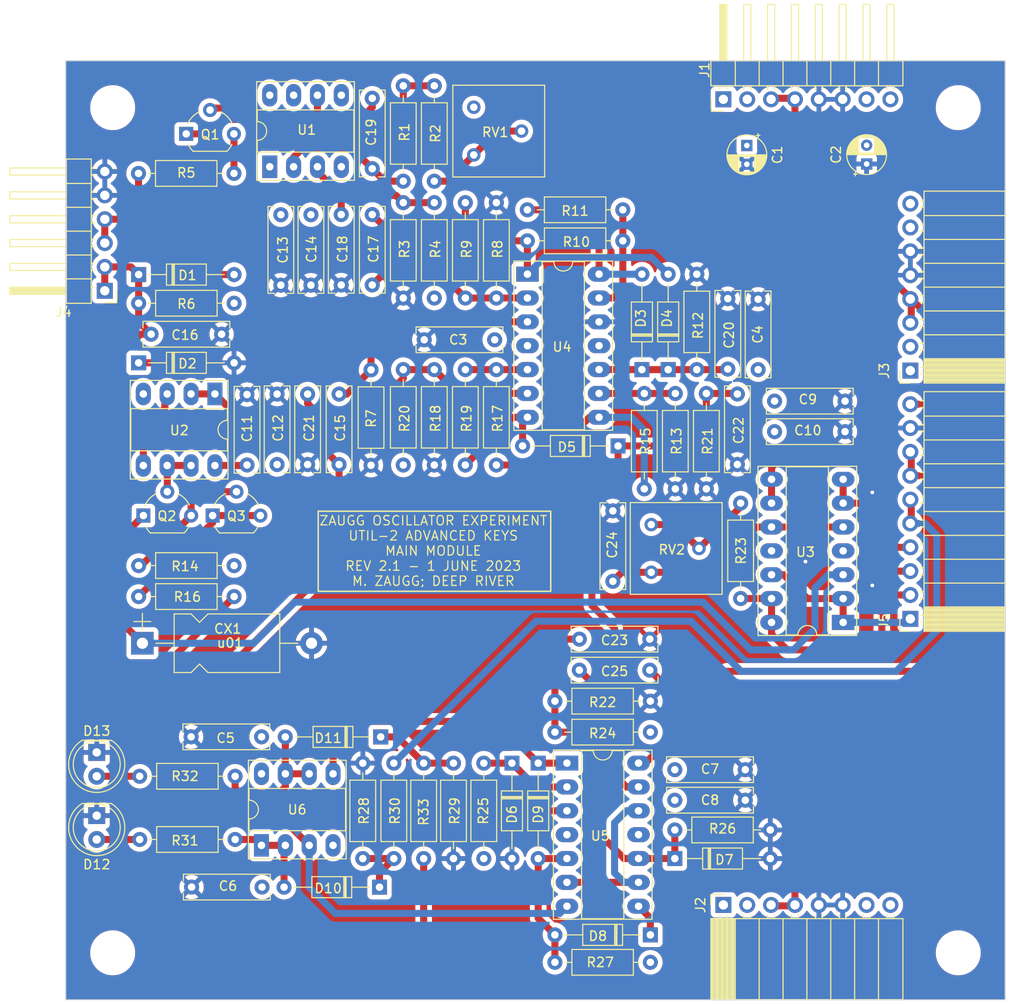
<source format=kicad_pcb>
(kicad_pcb (version 20221018) (generator pcbnew)

  (general
    (thickness 1.6)
  )

  (paper "A4")
  (layers
    (0 "F.Cu" signal)
    (1 "In1.Cu" signal)
    (2 "In2.Cu" signal)
    (31 "B.Cu" signal)
    (32 "B.Adhes" user "B.Adhesive")
    (33 "F.Adhes" user "F.Adhesive")
    (34 "B.Paste" user)
    (35 "F.Paste" user)
    (36 "B.SilkS" user "B.Silkscreen")
    (37 "F.SilkS" user "F.Silkscreen")
    (38 "B.Mask" user)
    (39 "F.Mask" user)
    (40 "Dwgs.User" user "User.Drawings")
    (41 "Cmts.User" user "User.Comments")
    (42 "Eco1.User" user "User.Eco1")
    (43 "Eco2.User" user "User.Eco2")
    (44 "Edge.Cuts" user)
    (45 "Margin" user)
    (46 "B.CrtYd" user "B.Courtyard")
    (47 "F.CrtYd" user "F.Courtyard")
    (48 "B.Fab" user)
    (49 "F.Fab" user)
    (50 "User.1" user)
    (51 "User.2" user)
    (52 "User.3" user)
    (53 "User.4" user)
    (54 "User.5" user)
    (55 "User.6" user)
    (56 "User.7" user)
    (57 "User.8" user)
    (58 "User.9" user)
  )

  (setup
    (stackup
      (layer "F.SilkS" (type "Top Silk Screen") (color "Black"))
      (layer "F.Paste" (type "Top Solder Paste"))
      (layer "F.Mask" (type "Top Solder Mask") (color "White") (thickness 0.01))
      (layer "F.Cu" (type "copper") (thickness 0.035))
      (layer "dielectric 1" (type "prepreg") (thickness 0.1) (material "FR4") (epsilon_r 4.5) (loss_tangent 0.02))
      (layer "In1.Cu" (type "copper") (thickness 0.035))
      (layer "dielectric 2" (type "core") (thickness 1.24) (material "FR4") (epsilon_r 4.5) (loss_tangent 0.02))
      (layer "In2.Cu" (type "copper") (thickness 0.035))
      (layer "dielectric 3" (type "prepreg") (thickness 0.1) (material "FR4") (epsilon_r 4.5) (loss_tangent 0.02))
      (layer "B.Cu" (type "copper") (thickness 0.035))
      (layer "B.Mask" (type "Bottom Solder Mask") (color "White") (thickness 0.01))
      (layer "B.Paste" (type "Bottom Solder Paste"))
      (layer "B.SilkS" (type "Bottom Silk Screen") (color "Black"))
      (copper_finish "None")
      (dielectric_constraints no)
    )
    (pad_to_mask_clearance 0)
    (pcbplotparams
      (layerselection 0x00010fc_ffffffff)
      (plot_on_all_layers_selection 0x0000000_00000000)
      (disableapertmacros false)
      (usegerberextensions true)
      (usegerberattributes true)
      (usegerberadvancedattributes false)
      (creategerberjobfile false)
      (dashed_line_dash_ratio 12.000000)
      (dashed_line_gap_ratio 3.000000)
      (svgprecision 4)
      (plotframeref false)
      (viasonmask false)
      (mode 1)
      (useauxorigin false)
      (hpglpennumber 1)
      (hpglpenspeed 20)
      (hpglpendiameter 15.000000)
      (dxfpolygonmode true)
      (dxfimperialunits true)
      (dxfusepcbnewfont true)
      (psnegative false)
      (psa4output false)
      (plotreference true)
      (plotvalue false)
      (plotinvisibletext false)
      (sketchpadsonfab false)
      (subtractmaskfromsilk true)
      (outputformat 1)
      (mirror false)
      (drillshape 0)
      (scaleselection 1)
      (outputdirectory "Outputs/")
    )
  )

  (net 0 "")
  (net 1 "+12V")
  (net 2 "GND")
  (net 3 "-12V")
  (net 4 "Net-(U4A-+)")
  (net 5 "Trigger_Input")
  (net 6 "Keyboard_Bus")
  (net 7 "Net-(U4A--)")
  (net 8 "Net-(D4-A)")
  (net 9 "Net-(U1-+)")
  (net 10 "Net-(U1--)")
  (net 11 "Net-(Q1-B)")
  (net 12 "Net-(D3-K)")
  (net 13 "Net-(U4B--)")
  (net 14 "Net-(D5-K)")
  (net 15 "Net-(U5B--)")
  (net 16 "GLP2")
  (net 17 "Net-(D7-K)")
  (net 18 "Net-(C25-Pad2)")
  (net 19 "Net-(Q2-D)")
  (net 20 "Net-(D1-A)")
  (net 21 "Net-(D3-A)")
  (net 22 "Net-(D5-A)")
  (net 23 "Net-(D6-K)")
  (net 24 "Net-(D8-K)")
  (net 25 "Net-(D8-A)")
  (net 26 "Gate_Trigger")
  (net 27 "Net-(D10-K)")
  (net 28 "Net-(D10-A)")
  (net 29 "Net-(D11-K)")
  (net 30 "Net-(D11-A)")
  (net 31 "Net-(D12-A)")
  (net 32 "Net-(D13-A)")
  (net 33 "+5V")
  (net 34 "Keyboard_Power")
  (net 35 "CV1")
  (net 36 "CV2")
  (net 37 "CV3")
  (net 38 "CV4")
  (net 39 "TRIGGER_OUT")
  (net 40 "GATE_OUT")
  (net 41 "Net-(Q1-E)")
  (net 42 "Net-(Q1-C)")
  (net 43 "Net-(Q2-S)")
  (net 44 "Net-(Q2-G)")
  (net 45 "Net-(Q3-D)")
  (net 46 "Net-(R2-Pad1)")
  (net 47 "Net-(U4D--)")
  (net 48 "Net-(U4C--)")
  (net 49 "Net-(R15-Pad2)")
  (net 50 "S&H_Trigger")
  (net 51 "Net-(U4B-+)")
  (net 52 "GLP1")
  (net 53 "unconnected-(U1-NULL-Pad1)")
  (net 54 "unconnected-(U1-NULL-Pad5)")
  (net 55 "unconnected-(U1-NC-Pad8)")

  (footprint "Resistor_THT:R_Axial_DIN0207_L6.3mm_D2.5mm_P10.16mm_Horizontal" (layer "F.Cu") (at 34.925 74.803 -90))

  (footprint "Diode_THT:D_DO-35_SOD27_P10.16mm_Horizontal" (layer "F.Cu") (at 50.292 74.803 -90))

  (footprint "Resistor_THT:R_Axial_DIN0207_L6.3mm_D2.5mm_P10.16mm_Horizontal" (layer "F.Cu") (at 38.1 84.963 90))

  (footprint "MountingHole:MountingHole_4.3mm_M4" (layer "F.Cu") (at 95 95))

  (footprint "Resistor_THT:R_Axial_DIN0207_L6.3mm_D2.5mm_P10.16mm_Horizontal" (layer "F.Cu") (at 44.5008 84.963 90))

  (footprint "Resistor_THT:R_Axial_DIN0207_L6.3mm_D2.5mm_P10.16mm_Horizontal" (layer "F.Cu") (at 42.535 43.055 90))

  (footprint "Resistor_THT:R_Axial_DIN0207_L6.3mm_D2.5mm_P10.16mm_Horizontal" (layer "F.Cu") (at 45.837 43.055 90))

  (footprint "Resistor_THT:R_Axial_DIN0207_L6.3mm_D2.5mm_P10.16mm_Horizontal" (layer "F.Cu") (at 62.23 68.199 180))

  (footprint "MountingHole:MountingHole_4.3mm_M4" (layer "F.Cu") (at 5 95))

  (footprint "Diode_THT:D_DO-35_SOD27_P10.16mm_Horizontal" (layer "F.Cu") (at 61.331 32.895 90))

  (footprint "Package_DIP:DIP-8_W7.62mm_Socket_LongPads" (layer "F.Cu") (at 20.838 83.556 90))

  (footprint "Resistor_THT:R_Axial_DIN0207_L6.3mm_D2.5mm_P10.16mm_Horizontal" (layer "F.Cu") (at 7.874 82.931))

  (footprint "Resistor_THT:R_Axial_DIN0207_L6.3mm_D2.5mm_P10.16mm_Horizontal" (layer "F.Cu") (at 39.233 15.115 -90))

  (footprint "Resistor_THT:R_Axial_DIN0207_L6.3mm_D2.5mm_P10.16mm_Horizontal" (layer "F.Cu") (at 49.139 19.179))

  (footprint "Resistor_THT:R_Axial_DIN0207_L6.3mm_D2.5mm_P10.16mm_Horizontal" (layer "F.Cu") (at 17.924662 53.764 180))

  (footprint "Capacitor_THT:C_Rect_L9.0mm_W2.5mm_P7.50mm_MKT" (layer "F.Cu") (at 62.17 61.595 180))

  (footprint "Connector_PinSocket_2.54mm:PinSocket_1x08_P2.54mm_Horizontal" (layer "F.Cu") (at 70 89.9 90))

  (footprint "Connector_PinHeader_2.54mm:PinHeader_1x08_P2.54mm_Horizontal" (layer "F.Cu") (at 70 4.11 90))

  (footprint "Package_DIP:DIP-14_W7.62mm_Socket_LongPads" (layer "F.Cu") (at 49.149 22.73))

  (footprint "Connector_PinSocket_2.54mm:PinSocket_1x08_P2.54mm_Horizontal" (layer "F.Cu") (at 89.9 33 180))

  (footprint "Diode_THT:D_DO-35_SOD27_P10.16mm_Horizontal" (layer "F.Cu") (at 33.528 72.009 180))

  (footprint "Resistor_THT:R_Axial_DIN0207_L6.3mm_D2.5mm_P10.16mm_Horizontal" (layer "F.Cu") (at 7.75 12))

  (footprint "Diode_THT:D_DO-35_SOD27_P10.16mm_Horizontal" (layer "F.Cu") (at 62.23 93.091 180))

  (footprint "Package_DIP:DIP-8_W7.62mm_Socket_LongPads" (layer "F.Cu") (at 15.882662 35.486 -90))

  (footprint "Capacitor_THT:C_Rect_L9.0mm_W2.5mm_P7.50mm_MKT" (layer "F.Cu") (at 71.491 42.995 90))

  (footprint "Package_TO_SOT_THT:TO-92_Wide" (layer "F.Cu") (at 15.638662 48.438))

  (footprint "Capacitor_THT:C_Rect_L9.0mm_W2.5mm_P7.50mm_MKT" (layer "F.Cu") (at 26.1 23.9 90))

  (footprint "Resistor_THT:R_Axial_DIN0207_L6.3mm_D2.5mm_P10.16mm_Horizontal" (layer "F.Cu") (at 7.764662 25.824))

  (footprint "Capacitor_THT:C_Rect_L9.0mm_W2.5mm_P7.50mm_MKT" (layer "F.Cu") (at 20.85 72 180))

  (footprint "Resistor_THT:R_Axial_DIN0207_L6.3mm_D2.5mm_P10.16mm_Horizontal" (layer "F.Cu") (at 35.931 43.055 90))

  (footprint "Package_DIP:DIP-8_W7.62mm_Socket_LongPads" (layer "F.Cu") (at 21.717 11.295 90))

  (footprint "Potentiometer_THT:Potentiometer_Bourns_3386F_Vertical" (layer "F.Cu") (at 62.324 54.478))

  (footprint "Capacitor_THT:C_Rect_L9.0mm_W2.5mm_P7.50mm_MKT" (layer "F.Cu") (at 54.67 64.897))

  (footprint "Capacitor_THT:C_Rect_L9.0mm_W2.5mm_P7.50mm_MKT" (layer "F.Cu") (at 19.300662 43.05 90))

  (footprint "Package_TO_SOT_THT:TO-92_Wide" (layer "F.Cu") (at 12.824 7.792))

  (footprint "Capacitor_THT:CP_Radial_D4.0mm_P2.00mm" (layer "F.Cu")
    (tstamp 56d1561a-18d5-49a1-ad96-2566b9a2338d)
    (at 85.25 11 90)
    (descr "CP, Radial series, Radial, pin pitch=2.00mm, , diameter=4mm, Electrolytic Capacitor")
    (tags "CP Radial series Radial pin pitch 2.00mm  diameter 4mm Elect
... [2647191 chars truncated]
</source>
